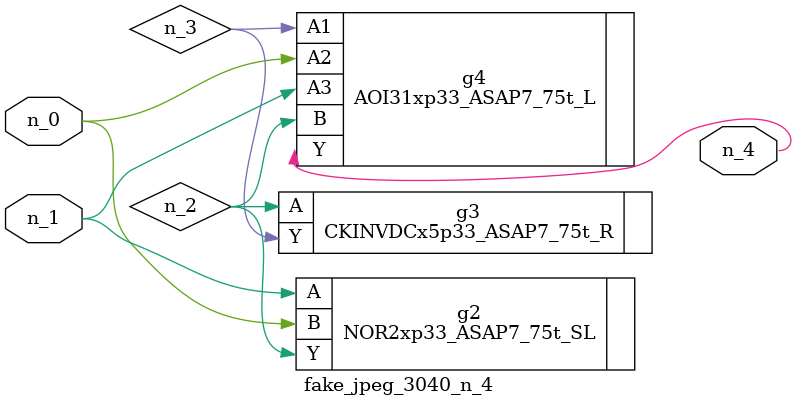
<source format=v>
module fake_jpeg_3040_n_4 (n_0, n_1, n_4);

input n_0;
input n_1;

output n_4;

wire n_2;
wire n_3;

NOR2xp33_ASAP7_75t_SL g2 ( 
.A(n_1),
.B(n_0),
.Y(n_2)
);

CKINVDCx5p33_ASAP7_75t_R g3 ( 
.A(n_2),
.Y(n_3)
);

AOI31xp33_ASAP7_75t_L g4 ( 
.A1(n_3),
.A2(n_0),
.A3(n_1),
.B(n_2),
.Y(n_4)
);


endmodule
</source>
